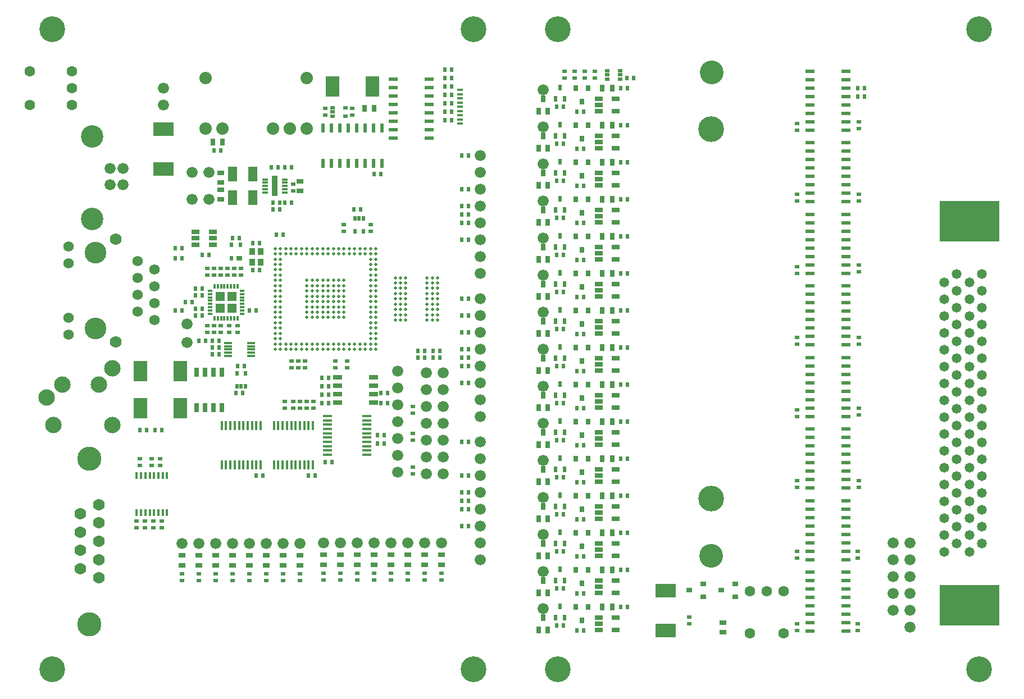
<source format=gts>
G04 (created by PCBNEW-RS274X (2010-03-14)-final) date Mon 31 Jan 2011 05:12:30 PM EST*
G01*
G70*
G90*
%MOIN*%
G04 Gerber Fmt 3.4, Leading zero omitted, Abs format*
%FSLAX34Y34*%
G04 APERTURE LIST*
%ADD10C,0.001000*%
%ADD11R,0.022700X0.026600*%
%ADD12R,0.026600X0.022700*%
%ADD13R,0.026600X0.038400*%
%ADD14R,0.038400X0.026600*%
%ADD15C,0.066000*%
%ADD16R,0.052200X0.085700*%
%ADD17C,0.152600*%
%ADD18C,0.140800*%
%ADD19C,0.153000*%
%ADD20R,0.081700X0.121100*%
%ADD21R,0.121100X0.081700*%
%ADD22R,0.034500X0.038400*%
%ADD23C,0.143000*%
%ADD24C,0.069900*%
%ADD25C,0.073900*%
%ADD26C,0.132900*%
%ADD27C,0.063000*%
%ADD28C,0.018700*%
%ADD29R,0.050200X0.012800*%
%ADD30R,0.035000X0.016000*%
%ADD31R,0.034500X0.013200*%
%ADD32R,0.032500X0.121100*%
%ADD33R,0.026600X0.012800*%
%ADD34R,0.012800X0.026600*%
%ADD35R,0.058100X0.058100*%
%ADD36R,0.024700X0.032500*%
%ADD37R,0.019500X0.026600*%
%ADD38R,0.034500X0.030600*%
%ADD39R,0.018700X0.026600*%
%ADD40R,0.026600X0.018700*%
%ADD41C,0.058000*%
%ADD42R,0.357300X0.239200*%
%ADD43C,0.129000*%
%ADD44C,0.062100*%
%ADD45C,0.097500*%
%ADD46R,0.058100X0.022700*%
%ADD47R,0.022700X0.058100*%
%ADD48R,0.030600X0.058100*%
%ADD49R,0.026600X0.036500*%
%ADD50R,0.036500X0.026600*%
%ADD51R,0.045000X0.026600*%
%ADD52R,0.016800X0.042400*%
%ADD53R,0.054200X0.016800*%
%ADD54R,0.016800X0.054200*%
%ADD55R,0.030600X0.038400*%
%ADD56R,0.058100X0.030600*%
G04 APERTURE END LIST*
G54D10*
G54D11*
X00897Y-13300D03*
X00503Y-13300D03*
X00897Y-12900D03*
X00503Y-12900D03*
X00097Y-12500D03*
X-00297Y-12500D03*
X00897Y-12500D03*
X00503Y-12500D03*
X02397Y-14000D03*
X02003Y-14000D03*
X-03797Y-17800D03*
X-03403Y-17800D03*
X-02897Y-17800D03*
X-02503Y-17800D03*
X02297Y-15600D03*
X01903Y-15600D03*
X21314Y-27185D03*
X20920Y-27185D03*
X22514Y-27485D03*
X22120Y-27485D03*
X21314Y-22785D03*
X20920Y-22785D03*
X22514Y-23085D03*
X22120Y-23085D03*
X21314Y-24985D03*
X20920Y-24985D03*
X22514Y-25285D03*
X22120Y-25285D03*
X21314Y-16185D03*
X20920Y-16185D03*
X22514Y-16485D03*
X22120Y-16485D03*
X21314Y-18385D03*
X20920Y-18385D03*
X22514Y-18685D03*
X22120Y-18685D03*
X21314Y-20585D03*
X20920Y-20585D03*
X22514Y-20885D03*
X22120Y-20885D03*
X21314Y-13985D03*
X20920Y-13985D03*
X22514Y-14285D03*
X22120Y-14285D03*
X21314Y-07385D03*
X20920Y-07385D03*
X22514Y-07685D03*
X22120Y-07685D03*
X21314Y-05185D03*
X20920Y-05185D03*
X22514Y-05485D03*
X22120Y-05485D03*
X21314Y-09585D03*
X20920Y-09585D03*
X22514Y-09885D03*
X22120Y-09885D03*
X21314Y-00785D03*
X20920Y-00785D03*
X22514Y-01085D03*
X22120Y-01085D03*
X21314Y-02985D03*
X20920Y-02985D03*
X22514Y-03285D03*
X22120Y-03285D03*
X21314Y-11785D03*
X20920Y-11785D03*
X22514Y-12085D03*
X22120Y-12085D03*
X21314Y01415D03*
X20920Y01415D03*
X22514Y01115D03*
X22120Y01115D03*
X25103Y03100D03*
X25497Y03100D03*
G54D12*
X22600Y03497D03*
X22600Y03103D03*
X38800Y-29303D03*
X38800Y-29697D03*
X35200Y-29303D03*
X35200Y-29697D03*
X23200Y03497D03*
X23200Y03103D03*
X21400Y03497D03*
X21400Y03103D03*
X22000Y03497D03*
X22000Y03103D03*
X35200Y-25003D03*
X35200Y-25397D03*
X38800Y-25003D03*
X38800Y-25397D03*
X38850Y-16503D03*
X38850Y-16897D03*
X35200Y-16603D03*
X35200Y-16997D03*
X35200Y-20803D03*
X35200Y-21197D03*
X38850Y-20803D03*
X38850Y-21197D03*
X38850Y-03803D03*
X38850Y-04197D03*
X35200Y-03803D03*
X35200Y-04197D03*
X35200Y00397D03*
X35200Y00003D03*
X38850Y00497D03*
X38850Y00103D03*
X38850Y-08003D03*
X38850Y-08397D03*
X35200Y-08103D03*
X35200Y-08497D03*
X35200Y-12303D03*
X35200Y-12697D03*
X38850Y-12303D03*
X38850Y-12697D03*
G54D11*
X39197Y02500D03*
X38803Y02500D03*
X39197Y02000D03*
X38803Y02000D03*
G54D12*
X28800Y-28903D03*
X28800Y-29297D03*
G54D11*
X14697Y00600D03*
X14303Y00600D03*
G54D12*
X07200Y00903D03*
X07200Y01297D03*
X08800Y01297D03*
X08800Y00903D03*
G54D11*
X00997Y-01200D03*
X00603Y-01200D03*
X14697Y01100D03*
X14303Y01100D03*
X14697Y01600D03*
X14303Y01600D03*
X14697Y02100D03*
X14303Y02100D03*
X14303Y03100D03*
X14697Y03100D03*
X14697Y03600D03*
X14303Y03600D03*
X14697Y02600D03*
X14303Y02600D03*
X02097Y-06400D03*
X01703Y-06400D03*
G54D12*
X12400Y-18003D03*
X12400Y-18397D03*
X12400Y-20397D03*
X12400Y-20003D03*
X12400Y-16403D03*
X12400Y-16797D03*
G54D11*
X04397Y-02200D03*
X04003Y-02200D03*
X05197Y-02200D03*
X04803Y-02200D03*
X04103Y-04300D03*
X04497Y-04300D03*
X04803Y-04300D03*
X05197Y-04300D03*
X04497Y-04700D03*
X04103Y-04700D03*
G54D12*
X05300Y-03203D03*
X05300Y-03597D03*
G54D11*
X00297Y-07400D03*
X-00097Y-07400D03*
G54D12*
X05690Y-26707D03*
X05690Y-26313D03*
X04690Y-26707D03*
X04690Y-26313D03*
X03690Y-26707D03*
X03690Y-26313D03*
X02690Y-26707D03*
X02690Y-26313D03*
X-04000Y-23597D03*
X-04000Y-23203D03*
X-02500Y-23203D03*
X-02500Y-23597D03*
X-03800Y-19503D03*
X-03800Y-19897D03*
X-03500Y-23203D03*
X-03500Y-23597D03*
X-03000Y-23203D03*
X-03000Y-23597D03*
X01690Y-26707D03*
X01690Y-26313D03*
X00690Y-26707D03*
X00690Y-26313D03*
X-00310Y-26707D03*
X-00310Y-26313D03*
X-01310Y-26707D03*
X-01310Y-26313D03*
G54D11*
X07597Y-19700D03*
X07203Y-19700D03*
X03103Y-20500D03*
X03497Y-20500D03*
X07397Y-15200D03*
X07003Y-15200D03*
X07397Y-14700D03*
X07003Y-14700D03*
X07397Y-15700D03*
X07003Y-15700D03*
X06203Y-20500D03*
X06597Y-20500D03*
G54D12*
X07083Y-26693D03*
X07083Y-26299D03*
X08083Y-26693D03*
X08083Y-26299D03*
X09083Y-26693D03*
X09083Y-26299D03*
X10083Y-26693D03*
X10083Y-26299D03*
X11083Y-26693D03*
X11083Y-26299D03*
X12083Y-26693D03*
X12083Y-26299D03*
X13083Y-26693D03*
X13083Y-26299D03*
X14083Y-26693D03*
X14083Y-26299D03*
X-03100Y-19897D03*
X-03100Y-19503D03*
X-02600Y-19897D03*
X-02600Y-19503D03*
X08300Y-05997D03*
X08300Y-05603D03*
G54D11*
X04697Y-06200D03*
X04303Y-06200D03*
G54D12*
X01000Y-11603D03*
X01000Y-11997D03*
X00600Y-11603D03*
X00600Y-11997D03*
X00200Y-11603D03*
X00200Y-11997D03*
G54D11*
X02703Y-10700D03*
X03097Y-10700D03*
X-00103Y-11000D03*
X-00497Y-11000D03*
G54D12*
X01500Y-11603D03*
X01500Y-11997D03*
G54D11*
X-00103Y-10600D03*
X-00497Y-10600D03*
G54D12*
X02000Y-11603D03*
X02000Y-11997D03*
G54D11*
X-00103Y-09800D03*
X-00497Y-09800D03*
X-00103Y-09400D03*
X-00497Y-09400D03*
G54D12*
X00200Y-08597D03*
X00200Y-08203D03*
G54D11*
X-01303Y-07600D03*
X-01697Y-07600D03*
X-01303Y-07000D03*
X-01697Y-07000D03*
X-01303Y-10700D03*
X-01697Y-10700D03*
G54D12*
X02200Y-08203D03*
X02200Y-08597D03*
G54D11*
X-01097Y-10200D03*
X-00703Y-10200D03*
G54D12*
X01000Y-08597D03*
X01000Y-08203D03*
X00600Y-08597D03*
X00600Y-08203D03*
X01800Y-08597D03*
X01800Y-08203D03*
X01400Y-08597D03*
X01400Y-08203D03*
G54D11*
X03297Y-06700D03*
X02903Y-06700D03*
X02903Y-08300D03*
X03297Y-08300D03*
X13997Y-13100D03*
X13603Y-13100D03*
X12703Y-13100D03*
X13097Y-13100D03*
X13997Y-13500D03*
X13603Y-13500D03*
X12703Y-13500D03*
X13097Y-13500D03*
X15697Y-01500D03*
X15303Y-01500D03*
X15697Y-11000D03*
X15303Y-11000D03*
X15697Y-03500D03*
X15303Y-03500D03*
X15697Y-06500D03*
X15303Y-06500D03*
G54D12*
X08500Y-14097D03*
X08500Y-13703D03*
X07800Y-14097D03*
X07800Y-13703D03*
G54D11*
X09297Y-04700D03*
X08903Y-04700D03*
G54D12*
X09900Y-05603D03*
X09900Y-05997D03*
G54D11*
X15697Y-15000D03*
X15303Y-15000D03*
X15697Y-10000D03*
X15303Y-10000D03*
X15697Y-18500D03*
X15303Y-18500D03*
X15697Y-23500D03*
X15303Y-23500D03*
X15697Y-12000D03*
X15303Y-12000D03*
X15697Y-20500D03*
X15303Y-20500D03*
X15697Y-21500D03*
X15303Y-21500D03*
X15697Y-13000D03*
X15303Y-13000D03*
X15697Y-04500D03*
X15303Y-04500D03*
X10503Y-16200D03*
X10897Y-16200D03*
X10503Y-15600D03*
X10897Y-15600D03*
X07397Y-16200D03*
X07003Y-16200D03*
X10303Y-18100D03*
X10697Y-18100D03*
G54D12*
X06500Y-16103D03*
X06500Y-16497D03*
X06100Y-16103D03*
X06100Y-16497D03*
X05700Y-16103D03*
X05700Y-16497D03*
X05300Y-16103D03*
X05300Y-16497D03*
X06000Y-13703D03*
X06000Y-14097D03*
X04800Y-16103D03*
X04800Y-16497D03*
X05600Y-13703D03*
X05600Y-14097D03*
X05200Y-13703D03*
X05200Y-14097D03*
G54D13*
X24212Y-26085D03*
X23622Y-26085D03*
X24212Y-21685D03*
X23622Y-21685D03*
X24212Y-23885D03*
X23622Y-23885D03*
X24212Y-15085D03*
X23622Y-15085D03*
X24212Y-17285D03*
X23622Y-17285D03*
X24212Y-19485D03*
X23622Y-19485D03*
X24212Y-12885D03*
X23622Y-12885D03*
X24212Y-06285D03*
X23622Y-06285D03*
X24212Y-04085D03*
X23622Y-04085D03*
X24212Y-08485D03*
X23622Y-08485D03*
X24212Y00315D03*
X23622Y00315D03*
X24212Y-01885D03*
X23622Y-01885D03*
X24212Y-10685D03*
X23622Y-10685D03*
X24212Y02515D03*
X23622Y02515D03*
G54D14*
X30800Y-29795D03*
X30800Y-29205D03*
G54D13*
X09505Y01300D03*
X10095Y01300D03*
X00505Y-00700D03*
X01095Y-00700D03*
G54D14*
X01000Y-03505D03*
X01000Y-04095D03*
X01000Y-03095D03*
X01000Y-02505D03*
X05700Y-03595D03*
X05700Y-03005D03*
X05690Y-25215D03*
X05690Y-25805D03*
X04690Y-25215D03*
X04690Y-25805D03*
X03690Y-25215D03*
X03690Y-25805D03*
X02690Y-25215D03*
X02690Y-25805D03*
X01690Y-25215D03*
X01690Y-25805D03*
X00690Y-25215D03*
X00690Y-25805D03*
X-00310Y-25215D03*
X-00310Y-25805D03*
X-01310Y-25215D03*
X-01310Y-25805D03*
X07083Y-25201D03*
X07083Y-25791D03*
X08083Y-25201D03*
X08083Y-25791D03*
X09083Y-25201D03*
X09083Y-25791D03*
X10083Y-25201D03*
X10083Y-25791D03*
X11083Y-25201D03*
X11083Y-25791D03*
X12083Y-25201D03*
X12083Y-25791D03*
X13083Y-25201D03*
X13083Y-25791D03*
X14083Y-25201D03*
X14083Y-25791D03*
G54D15*
X41900Y-24500D03*
X41900Y-25500D03*
X41900Y-26500D03*
X41900Y-27500D03*
X41900Y-28500D03*
X41900Y-29500D03*
X40900Y-24500D03*
X40900Y-25500D03*
X40900Y-26500D03*
X40900Y-27500D03*
X40900Y-28500D03*
G54D16*
X02900Y-04000D03*
X01700Y-04000D03*
X02900Y-02600D03*
X01700Y-02600D03*
G54D17*
X30100Y00068D03*
G54D18*
X30108Y03454D03*
G54D17*
X30100Y-21845D03*
G54D18*
X30084Y-25254D03*
G54D19*
X16000Y-32000D03*
X-09000Y06000D03*
X16000Y06000D03*
X-09000Y-32000D03*
G54D20*
X-03781Y-14300D03*
X-01419Y-14300D03*
X-03781Y-16500D03*
X-01419Y-16500D03*
G54D21*
X27400Y-29681D03*
X27400Y-27319D03*
G54D20*
X07619Y02600D03*
X09981Y02600D03*
G54D21*
X-02400Y-02281D03*
X-02400Y00081D03*
G54D15*
X-02400Y02500D03*
X-02400Y01500D03*
X-00700Y-04100D03*
X00300Y-04100D03*
X-00700Y-02500D03*
X00300Y-02500D03*
X11500Y-14300D03*
X11500Y-15300D03*
X11500Y-16300D03*
X11500Y-17300D03*
X11500Y-18300D03*
X11500Y-19300D03*
X11500Y-20300D03*
X14200Y-20400D03*
X13200Y-20400D03*
X14200Y-19400D03*
X13200Y-19400D03*
X14200Y-18400D03*
X13200Y-18400D03*
X14200Y-17400D03*
X13200Y-17400D03*
X14200Y-16400D03*
X13200Y-16400D03*
X14200Y-15400D03*
X13200Y-15400D03*
X14200Y-14400D03*
X13200Y-14400D03*
X16400Y-01500D03*
X16400Y-02500D03*
X16400Y-04500D03*
X16400Y-05500D03*
X16400Y-06500D03*
X16400Y-07500D03*
X16400Y-08500D03*
X16400Y-03500D03*
X16400Y-10000D03*
X16400Y-11000D03*
X16400Y-13000D03*
X16400Y-14000D03*
X16400Y-15000D03*
X16400Y-16000D03*
X16400Y-17000D03*
X16400Y-12000D03*
X16400Y-18500D03*
X16400Y-19500D03*
X16400Y-21500D03*
X16400Y-22500D03*
X16400Y-23500D03*
X16400Y-24500D03*
X16400Y-25500D03*
X16400Y-20500D03*
G54D22*
X03346Y-07825D03*
X03346Y-07175D03*
X02854Y-07175D03*
X02854Y-07825D03*
G54D23*
X-06800Y-19480D03*
G54D24*
X-06241Y-22206D03*
X-06241Y-23297D03*
X-06241Y-24387D03*
X-06241Y-25478D03*
X-06241Y-26569D03*
X-07359Y-22752D03*
X-07359Y-23842D03*
X-07359Y-24933D03*
X-07359Y-26023D03*
G54D23*
X-06800Y-29319D03*
G54D25*
X00100Y00100D03*
X01100Y00100D03*
X04100Y00100D03*
X05100Y00100D03*
X06100Y00100D03*
X06100Y03100D03*
X00100Y03100D03*
G54D26*
X-06660Y-00359D03*
X-06660Y-05241D03*
G54D15*
X-05593Y-02237D03*
X-04806Y-02237D03*
X-04806Y-03221D03*
X-05593Y-03221D03*
G54D27*
X34400Y-27350D03*
X33400Y-27350D03*
X32400Y-27350D03*
X32400Y-29850D03*
X34400Y-29850D03*
X-07850Y01500D03*
X-07850Y02500D03*
X-07850Y03500D03*
X-10350Y03500D03*
X-10350Y01500D03*
G54D28*
X04208Y-12993D03*
X04208Y-12678D03*
X04208Y-12363D03*
X04208Y-12048D03*
X04208Y-11733D03*
X04208Y-11418D03*
X04208Y-11103D03*
X04208Y-10788D03*
X04208Y-10473D03*
X04208Y-10158D03*
X04208Y-09843D03*
X04208Y-09528D03*
X04208Y-09213D03*
X04208Y-08898D03*
X04208Y-08583D03*
X04208Y-08268D03*
X04208Y-07953D03*
X04208Y-07638D03*
X04208Y-07323D03*
X04208Y-07008D03*
X04523Y-12993D03*
X04523Y-12678D03*
X04523Y-12363D03*
X04523Y-12048D03*
X04523Y-11733D03*
X04523Y-11418D03*
X04523Y-11103D03*
X04523Y-10788D03*
X04523Y-10473D03*
X04523Y-10158D03*
X04523Y-09843D03*
X04523Y-09528D03*
X04523Y-09213D03*
X04523Y-08898D03*
X04523Y-08583D03*
X04523Y-08268D03*
X04523Y-07953D03*
X04523Y-07638D03*
X04523Y-07323D03*
X04523Y-07008D03*
X04838Y-12993D03*
X04838Y-12678D03*
X04838Y-07323D03*
X04838Y-07008D03*
X05153Y-12993D03*
X05153Y-12678D03*
X05153Y-07323D03*
X05153Y-07008D03*
X05468Y-12993D03*
X05468Y-12678D03*
X05468Y-07323D03*
X05468Y-07008D03*
X05783Y-12993D03*
X05783Y-12678D03*
X05783Y-07323D03*
X05783Y-07008D03*
X06098Y-12993D03*
X06098Y-12678D03*
X06098Y-11103D03*
X06098Y-10788D03*
X06098Y-10473D03*
X06098Y-10158D03*
X06098Y-09843D03*
X06098Y-09528D03*
X06098Y-09213D03*
X06098Y-08898D03*
X06098Y-07323D03*
X06098Y-07008D03*
X06413Y-12993D03*
X06413Y-12678D03*
X06413Y-11103D03*
X06413Y-10788D03*
X06413Y-10473D03*
X06413Y-10158D03*
X06413Y-09843D03*
X06413Y-09528D03*
X06413Y-09213D03*
X06413Y-08898D03*
X06413Y-07323D03*
X06413Y-07008D03*
X06728Y-12993D03*
X06728Y-12678D03*
X06728Y-11103D03*
X06728Y-10788D03*
X06728Y-10473D03*
X06728Y-10158D03*
X06728Y-09843D03*
X06728Y-09528D03*
X06728Y-09213D03*
X06728Y-08898D03*
X06728Y-07323D03*
X06728Y-07008D03*
X07043Y-12993D03*
X07043Y-12678D03*
X07043Y-11103D03*
X07043Y-10788D03*
X07043Y-10473D03*
X07043Y-10158D03*
X07043Y-09843D03*
X07043Y-09528D03*
X07043Y-09213D03*
X07043Y-08898D03*
X07043Y-07323D03*
X07043Y-07008D03*
X07358Y-12993D03*
X07358Y-12678D03*
X07358Y-11103D03*
X07358Y-10788D03*
X07358Y-10473D03*
X07358Y-10158D03*
X07358Y-09843D03*
X07358Y-09528D03*
X07358Y-09213D03*
X07358Y-08898D03*
X07358Y-07323D03*
X07358Y-07008D03*
X07673Y-12993D03*
X07673Y-12678D03*
X07673Y-11103D03*
X07673Y-10788D03*
X07673Y-10473D03*
X07673Y-10158D03*
X07673Y-09843D03*
X07673Y-09528D03*
X07673Y-09213D03*
X07673Y-08898D03*
X07673Y-07323D03*
X07673Y-07008D03*
X07988Y-12993D03*
X07988Y-12678D03*
X07988Y-11103D03*
X07988Y-10788D03*
X07988Y-10473D03*
X07988Y-10158D03*
X07988Y-09843D03*
X07988Y-09528D03*
X07988Y-09213D03*
X07988Y-08898D03*
X07988Y-07323D03*
X07988Y-07008D03*
X08303Y-12993D03*
X08303Y-12678D03*
X08303Y-11103D03*
X08303Y-10788D03*
X08303Y-10473D03*
X08303Y-10158D03*
X08303Y-09843D03*
X08303Y-09528D03*
X08303Y-09213D03*
X08303Y-08898D03*
X08303Y-07323D03*
X08303Y-07008D03*
X08618Y-12993D03*
X08618Y-12678D03*
X08618Y-07323D03*
X08618Y-07008D03*
X08933Y-12993D03*
X08933Y-12678D03*
X08933Y-07323D03*
X08933Y-07008D03*
X09248Y-12993D03*
X09248Y-12678D03*
X09248Y-07323D03*
X09248Y-07008D03*
X09563Y-12993D03*
X09563Y-12678D03*
X09563Y-07323D03*
X09563Y-07008D03*
X09878Y-12993D03*
X09878Y-12678D03*
X09878Y-07323D03*
X09878Y-07008D03*
X10193Y-12993D03*
X10193Y-12678D03*
X10193Y-12363D03*
X10193Y-12048D03*
X10193Y-11733D03*
X10193Y-11418D03*
X10193Y-11103D03*
X10193Y-10788D03*
X10193Y-10473D03*
X10193Y-10158D03*
X10193Y-09843D03*
X10193Y-09528D03*
X10193Y-09213D03*
X10193Y-08898D03*
X10193Y-08583D03*
X10193Y-08268D03*
X10193Y-07953D03*
X10193Y-07638D03*
X10193Y-07323D03*
X10193Y-07008D03*
X09878Y-12363D03*
X09878Y-12048D03*
X09878Y-11733D03*
X09878Y-11418D03*
X09878Y-11103D03*
X09878Y-10788D03*
X09878Y-10473D03*
X09878Y-10158D03*
X09878Y-09843D03*
X09878Y-09528D03*
X09878Y-09213D03*
X09878Y-08898D03*
X09878Y-08583D03*
X09878Y-08268D03*
X09878Y-07953D03*
X09878Y-07638D03*
G54D29*
X01411Y-12608D03*
X01411Y-12804D03*
X01411Y-13000D03*
X01411Y-13196D03*
X01411Y-13392D03*
X02790Y-13392D03*
X02790Y-13196D03*
X02790Y-13000D03*
X02790Y-12804D03*
X02790Y-12608D03*
G54D30*
X15200Y00400D03*
X15200Y00650D03*
X15200Y00900D03*
X15200Y01150D03*
X15200Y01400D03*
X15200Y01650D03*
X15200Y01900D03*
X15200Y02150D03*
X15200Y02400D03*
G54D31*
X04791Y-03694D03*
X04791Y-03497D03*
X04791Y-03300D03*
X04791Y-03103D03*
X04791Y-02906D03*
X03609Y-02906D03*
X03609Y-03103D03*
X03609Y-03300D03*
X03609Y-03497D03*
X03609Y-03694D03*
G54D32*
X04200Y-03300D03*
G54D33*
X00355Y-09511D03*
X00355Y-09708D03*
X00355Y-09905D03*
X00355Y-10102D03*
X00355Y-10298D03*
X00355Y-10495D03*
X00355Y-10692D03*
X00355Y-10889D03*
X02245Y-10889D03*
X02245Y-10692D03*
X02245Y-10495D03*
X02245Y-10298D03*
X02245Y-10102D03*
X02245Y-09905D03*
X02245Y-09708D03*
X02245Y-09511D03*
G54D34*
X00611Y-11145D03*
X00808Y-11145D03*
X01005Y-11145D03*
X01202Y-11145D03*
X01398Y-11145D03*
X01595Y-11145D03*
X01792Y-11145D03*
X01989Y-11145D03*
X01989Y-09255D03*
X01792Y-09255D03*
X01595Y-09255D03*
X01398Y-09255D03*
X01202Y-09255D03*
X01005Y-09255D03*
X00808Y-09255D03*
X00611Y-09255D03*
G54D35*
X00946Y-09846D03*
X00946Y-10554D03*
X01654Y-10554D03*
X01654Y-09846D03*
G54D36*
X20861Y-26716D03*
X21373Y-26716D03*
X21117Y-26054D03*
X20861Y-22316D03*
X21373Y-22316D03*
X21117Y-21654D03*
X20861Y-24516D03*
X21373Y-24516D03*
X21117Y-23854D03*
X20861Y-15716D03*
X21373Y-15716D03*
X21117Y-15054D03*
X20861Y-17916D03*
X21373Y-17916D03*
X21117Y-17254D03*
X20861Y-20116D03*
X21373Y-20116D03*
X21117Y-19454D03*
X20861Y-13516D03*
X21373Y-13516D03*
X21117Y-12854D03*
X20861Y-06916D03*
X21373Y-06916D03*
X21117Y-06254D03*
X20861Y-04716D03*
X21373Y-04716D03*
X21117Y-04054D03*
X20861Y-09116D03*
X21373Y-09116D03*
X21117Y-08454D03*
X20861Y-00316D03*
X21373Y-00316D03*
X21117Y00346D03*
X20861Y-02516D03*
X21373Y-02516D03*
X21117Y-01854D03*
X20861Y-11316D03*
X21373Y-11316D03*
X21117Y-10654D03*
X20861Y01884D03*
X21373Y01884D03*
X21117Y02546D03*
G54D37*
X01636Y-07584D03*
G54D38*
X02089Y-07584D03*
G54D37*
X02148Y-06796D03*
X01636Y-06796D03*
G54D39*
X01944Y-15174D03*
X02200Y-15174D03*
X02456Y-15174D03*
X02456Y-14426D03*
X01944Y-14426D03*
G54D40*
X07626Y01356D03*
X07626Y01100D03*
X07626Y00844D03*
X08374Y00844D03*
X08374Y01356D03*
G54D39*
X09456Y-05226D03*
X09200Y-05226D03*
X08944Y-05226D03*
X08944Y-05974D03*
X09456Y-05974D03*
G54D40*
X24674Y03044D03*
X24674Y03300D03*
X24674Y03556D03*
X23926Y03556D03*
X23926Y03300D03*
X23926Y03044D03*
G54D41*
X43919Y-25035D03*
X44669Y-24535D03*
X43919Y-24035D03*
X44669Y-23535D03*
X43919Y-23035D03*
X44669Y-22535D03*
X43919Y-22035D03*
X44669Y-21535D03*
X43919Y-21035D03*
X44669Y-20535D03*
X43919Y-20035D03*
X44669Y-19535D03*
X43919Y-19035D03*
X44669Y-18535D03*
X43919Y-18035D03*
X44669Y-17535D03*
X43919Y-17035D03*
X44669Y-16535D03*
X43919Y-16035D03*
X44669Y-15535D03*
X43919Y-15035D03*
X44669Y-14535D03*
X43919Y-14035D03*
X44669Y-13535D03*
X43919Y-13035D03*
X44669Y-12535D03*
X43919Y-12035D03*
X44669Y-11535D03*
X43919Y-11035D03*
X44669Y-10535D03*
X43919Y-10035D03*
X44669Y-09535D03*
X43919Y-09035D03*
X44669Y-08535D03*
X45419Y-25035D03*
X46169Y-24535D03*
X45419Y-24035D03*
X46169Y-23535D03*
X45419Y-23035D03*
X46169Y-22535D03*
X45419Y-22035D03*
X46169Y-21535D03*
X45419Y-21035D03*
X46169Y-20535D03*
X45419Y-20035D03*
X46169Y-19535D03*
X45419Y-19035D03*
X46169Y-18535D03*
X45419Y-18035D03*
X46169Y-17535D03*
X45419Y-17035D03*
X46169Y-16535D03*
X45419Y-16035D03*
X46169Y-15535D03*
X45419Y-15035D03*
X46169Y-14535D03*
X45419Y-14035D03*
X46169Y-13535D03*
X45419Y-13035D03*
X46169Y-12535D03*
X45419Y-12035D03*
X46169Y-11535D03*
X45419Y-11035D03*
X46169Y-10535D03*
X45419Y-10035D03*
X46169Y-09535D03*
X45419Y-09035D03*
X46169Y-08535D03*
G54D42*
X45419Y-28185D03*
X45419Y-05385D03*
G54D43*
X-06451Y-07251D03*
X-06451Y-11751D03*
G54D24*
X-05250Y-06448D03*
X-05250Y-12552D03*
G54D44*
X-08049Y-06891D03*
X-08049Y-12111D03*
X-08049Y-07891D03*
X-08049Y-11111D03*
X-03951Y-07751D03*
X-02951Y-08251D03*
X-03951Y-08751D03*
X-02951Y-09251D03*
X-03951Y-09751D03*
X-02951Y-10251D03*
X-03951Y-10751D03*
X-02951Y-11251D03*
G54D45*
X-09349Y-15859D03*
X-08404Y-15072D03*
X-06239Y-15072D03*
X-05451Y-14107D03*
X-05451Y-17493D03*
X-08955Y-17493D03*
G54D46*
X38080Y-29735D03*
X38080Y-29235D03*
X38080Y-28735D03*
X38080Y-28235D03*
X38080Y-27735D03*
X38080Y-27235D03*
X38080Y-26735D03*
X38080Y-26235D03*
X35954Y-26235D03*
X35954Y-26735D03*
X35954Y-27235D03*
X35954Y-27735D03*
X35954Y-28235D03*
X35954Y-28735D03*
X35954Y-29235D03*
X35954Y-29735D03*
X38080Y-25485D03*
X38080Y-24985D03*
X38080Y-24485D03*
X38080Y-23985D03*
X38080Y-23485D03*
X38080Y-22985D03*
X38080Y-22485D03*
X38080Y-21985D03*
X35954Y-21985D03*
X35954Y-22485D03*
X35954Y-22985D03*
X35954Y-23485D03*
X35954Y-23985D03*
X35954Y-24485D03*
X35954Y-24985D03*
X35954Y-25485D03*
X38080Y-16985D03*
X38080Y-16485D03*
X38080Y-15985D03*
X38080Y-15485D03*
X38080Y-14985D03*
X38080Y-14485D03*
X38080Y-13985D03*
X38080Y-13485D03*
X35954Y-13485D03*
X35954Y-13985D03*
X35954Y-14485D03*
X35954Y-14985D03*
X35954Y-15485D03*
X35954Y-15985D03*
X35954Y-16485D03*
X35954Y-16985D03*
X38080Y-21235D03*
X38080Y-20735D03*
X38080Y-20235D03*
X38080Y-19735D03*
X38080Y-19235D03*
X38080Y-18735D03*
X38080Y-18235D03*
X38080Y-17735D03*
X35954Y-17735D03*
X35954Y-18235D03*
X35954Y-18735D03*
X35954Y-19235D03*
X35954Y-19735D03*
X35954Y-20235D03*
X35954Y-20735D03*
X35954Y-21235D03*
X38080Y-04235D03*
X38080Y-03735D03*
X38080Y-03235D03*
X38080Y-02735D03*
X38080Y-02235D03*
X38080Y-01735D03*
X38080Y-01235D03*
X38080Y-00735D03*
X35954Y-00735D03*
X35954Y-01235D03*
X35954Y-01735D03*
X35954Y-02235D03*
X35954Y-02735D03*
X35954Y-03235D03*
X35954Y-03735D03*
X35954Y-04235D03*
X38080Y00015D03*
X38080Y00515D03*
X38080Y01015D03*
X38080Y01515D03*
X38080Y02015D03*
X38080Y02515D03*
X38080Y03015D03*
X38080Y03515D03*
X35954Y03515D03*
X35954Y03015D03*
X35954Y02515D03*
X35954Y02015D03*
X35954Y01515D03*
X35954Y01015D03*
X35954Y00515D03*
X35954Y00015D03*
X38080Y-08485D03*
X38080Y-07985D03*
X38080Y-07485D03*
X38080Y-06985D03*
X38080Y-06485D03*
X38080Y-05985D03*
X38080Y-05485D03*
X38080Y-04985D03*
X35954Y-04985D03*
X35954Y-05485D03*
X35954Y-05985D03*
X35954Y-06485D03*
X35954Y-06985D03*
X35954Y-07485D03*
X35954Y-07985D03*
X35954Y-08485D03*
X38080Y-12735D03*
X38080Y-12235D03*
X38080Y-11735D03*
X38080Y-11235D03*
X38080Y-10735D03*
X38080Y-10235D03*
X38080Y-09735D03*
X38080Y-09235D03*
X35954Y-09235D03*
X35954Y-09735D03*
X35954Y-10235D03*
X35954Y-10735D03*
X35954Y-11235D03*
X35954Y-11735D03*
X35954Y-12235D03*
X35954Y-12735D03*
G54D47*
X10550Y00163D03*
X10050Y00163D03*
X09550Y00163D03*
X09050Y00163D03*
X08550Y00163D03*
X08050Y00163D03*
X07550Y00163D03*
X07050Y00163D03*
X07050Y-01963D03*
X07550Y-01963D03*
X08050Y-01963D03*
X08550Y-01963D03*
X09050Y-01963D03*
X09550Y-01963D03*
X10050Y-01963D03*
X10550Y-01963D03*
G54D46*
X13363Y-00450D03*
X13363Y00050D03*
X13363Y00550D03*
X13363Y01050D03*
X13363Y01550D03*
X13363Y02050D03*
X13363Y02550D03*
X13363Y03050D03*
X11237Y03050D03*
X11237Y02550D03*
X11237Y02050D03*
X11237Y01550D03*
X11237Y01050D03*
X11237Y00550D03*
X11237Y00050D03*
X11237Y-00450D03*
G54D48*
X01050Y-14337D03*
X00550Y-14337D03*
X00050Y-14337D03*
X-00450Y-14337D03*
X-00450Y-16463D03*
X00050Y-16463D03*
X00550Y-16463D03*
X01050Y-16463D03*
G54D49*
X22417Y-26898D03*
X22791Y-26072D03*
X22043Y-26072D03*
X22417Y-22498D03*
X22791Y-21672D03*
X22043Y-21672D03*
X22417Y-24698D03*
X22791Y-23872D03*
X22043Y-23872D03*
X22417Y-15898D03*
X22791Y-15072D03*
X22043Y-15072D03*
X22417Y-18098D03*
X22791Y-17272D03*
X22043Y-17272D03*
X22417Y-20298D03*
X22791Y-19472D03*
X22043Y-19472D03*
X22417Y-13698D03*
X22791Y-12872D03*
X22043Y-12872D03*
X22417Y-07098D03*
X22791Y-06272D03*
X22043Y-06272D03*
X22417Y-04898D03*
X22791Y-04072D03*
X22043Y-04072D03*
X22417Y-09298D03*
X22791Y-08472D03*
X22043Y-08472D03*
X22417Y-00498D03*
X22791Y00328D03*
X22043Y00328D03*
X22417Y-02698D03*
X22791Y-01872D03*
X22043Y-01872D03*
X22417Y-11498D03*
X22791Y-10672D03*
X22043Y-10672D03*
X22417Y01702D03*
X22791Y02528D03*
X22043Y02528D03*
G54D50*
X30687Y-27300D03*
X31513Y-27674D03*
X31513Y-26926D03*
X28787Y-27300D03*
X29613Y-27674D03*
X29613Y-26926D03*
G54D51*
X23405Y-26711D03*
X23417Y-27085D03*
X23405Y-27459D03*
X24429Y-27459D03*
X24429Y-26711D03*
X23405Y-22311D03*
X23417Y-22685D03*
X23405Y-23059D03*
X24429Y-23059D03*
X24429Y-22311D03*
X23405Y-24511D03*
X23417Y-24885D03*
X23405Y-25259D03*
X24429Y-25259D03*
X24429Y-24511D03*
X23405Y-15711D03*
X23417Y-16085D03*
X23405Y-16459D03*
X24429Y-16459D03*
X24429Y-15711D03*
X23405Y-17911D03*
X23417Y-18285D03*
X23405Y-18659D03*
X24429Y-18659D03*
X24429Y-17911D03*
X23405Y-20111D03*
X23417Y-20485D03*
X23405Y-20859D03*
X24429Y-20859D03*
X24429Y-20111D03*
X23405Y-13511D03*
X23417Y-13885D03*
X23405Y-14259D03*
X24429Y-14259D03*
X24429Y-13511D03*
X23405Y-06911D03*
X23417Y-07285D03*
X23405Y-07659D03*
X24429Y-07659D03*
X24429Y-06911D03*
X23405Y-04711D03*
X23417Y-05085D03*
X23405Y-05459D03*
X24429Y-05459D03*
X24429Y-04711D03*
X23405Y-09111D03*
X23417Y-09485D03*
X23405Y-09859D03*
X24429Y-09859D03*
X24429Y-09111D03*
X23405Y-00311D03*
X23417Y-00685D03*
X23405Y-01059D03*
X24429Y-01059D03*
X24429Y-00311D03*
X23405Y-02511D03*
X23417Y-02885D03*
X23405Y-03259D03*
X24429Y-03259D03*
X24429Y-02511D03*
X23405Y-11311D03*
X23417Y-11685D03*
X23405Y-12059D03*
X24429Y-12059D03*
X24429Y-11311D03*
X23405Y01889D03*
X23417Y01515D03*
X23405Y01141D03*
X24429Y01141D03*
X24429Y01889D03*
X00512Y-06774D03*
X00512Y-06400D03*
X00512Y-06026D03*
X-00512Y-06026D03*
X-00512Y-06400D03*
X-00512Y-06774D03*
G54D15*
X20117Y-26185D03*
X20117Y-21785D03*
X20117Y-23985D03*
X20117Y-15185D03*
X20117Y-17385D03*
X20117Y-19585D03*
X20117Y-12985D03*
X20117Y-06385D03*
X20117Y-04185D03*
X20117Y-08585D03*
X20117Y00215D03*
X20117Y-01985D03*
X20117Y-10785D03*
X20117Y02415D03*
X03690Y-24510D03*
X04690Y-24510D03*
X05690Y-24510D03*
X02690Y-24510D03*
X01690Y-24510D03*
X00690Y-24510D03*
X-00310Y-24510D03*
X-01310Y-24510D03*
X14083Y-24496D03*
X13083Y-24496D03*
X12083Y-24496D03*
X11083Y-24496D03*
X10083Y-24496D03*
X09083Y-24496D03*
X08083Y-24496D03*
X07083Y-24496D03*
X-01000Y-11500D03*
X-01000Y-12600D03*
G54D52*
X-03228Y-22702D03*
X-02972Y-22702D03*
X-02716Y-22702D03*
X-02460Y-22702D03*
X-02204Y-22702D03*
X-02204Y-20498D03*
X-02460Y-20498D03*
X-02716Y-20498D03*
X-02972Y-20498D03*
X-03228Y-20498D03*
X-03484Y-20498D03*
X-03740Y-20498D03*
X-03996Y-20498D03*
X-03484Y-22702D03*
X-03740Y-22702D03*
X-03996Y-22702D03*
G54D53*
X09669Y-19252D03*
X09669Y-18996D03*
X09669Y-18740D03*
X09669Y-18484D03*
X09669Y-18228D03*
X09669Y-17972D03*
X09669Y-17716D03*
X09669Y-17460D03*
X09669Y-17204D03*
X09669Y-16948D03*
X07331Y-16948D03*
X07331Y-17204D03*
X07331Y-17460D03*
X07331Y-17716D03*
X07331Y-17972D03*
X07331Y-18228D03*
X07331Y-18484D03*
X07331Y-18740D03*
X07331Y-18996D03*
X07331Y-19252D03*
G54D54*
X03352Y-17531D03*
X03096Y-17531D03*
X02840Y-17531D03*
X02584Y-17531D03*
X02328Y-17531D03*
X02072Y-17531D03*
X01816Y-17531D03*
X01560Y-17531D03*
X01304Y-17531D03*
X01048Y-17531D03*
X01048Y-19869D03*
X01304Y-19869D03*
X01560Y-19869D03*
X01816Y-19869D03*
X02072Y-19869D03*
X02328Y-19869D03*
X02584Y-19869D03*
X02840Y-19869D03*
X03096Y-19869D03*
X03352Y-19869D03*
X06452Y-17531D03*
X06196Y-17531D03*
X05940Y-17531D03*
X05684Y-17531D03*
X05428Y-17531D03*
X05172Y-17531D03*
X04916Y-17531D03*
X04660Y-17531D03*
X04404Y-17531D03*
X04148Y-17531D03*
X04148Y-19869D03*
X04404Y-19869D03*
X04660Y-19869D03*
X04916Y-19869D03*
X05172Y-19869D03*
X05428Y-19869D03*
X05684Y-19869D03*
X05940Y-19869D03*
X06196Y-19869D03*
X06452Y-19869D03*
G54D28*
X13860Y-11260D03*
X13545Y-11260D03*
X13230Y-11260D03*
X11970Y-11260D03*
X11655Y-11260D03*
X11340Y-11260D03*
X13860Y-10945D03*
X13545Y-10945D03*
X13230Y-10945D03*
X11970Y-10945D03*
X11655Y-10945D03*
X11340Y-10945D03*
X13860Y-10630D03*
X13545Y-10630D03*
X13230Y-10630D03*
X11970Y-10630D03*
X11655Y-10630D03*
X11340Y-10630D03*
X13860Y-10315D03*
X13545Y-10315D03*
X13230Y-10315D03*
X11970Y-10315D03*
X11655Y-10315D03*
X11340Y-10315D03*
X13860Y-10000D03*
X13545Y-10000D03*
X13230Y-10000D03*
X11970Y-10000D03*
X11655Y-10000D03*
X11340Y-10000D03*
X13860Y-09685D03*
X13545Y-09685D03*
X13230Y-09685D03*
X11970Y-09685D03*
X11655Y-09685D03*
X11340Y-09685D03*
X13860Y-09370D03*
X13545Y-09370D03*
X13230Y-09370D03*
X11970Y-09370D03*
X11655Y-09370D03*
X11340Y-09370D03*
X13860Y-09055D03*
X13545Y-09055D03*
X13230Y-09055D03*
X11970Y-09055D03*
X11655Y-09055D03*
X11340Y-09055D03*
X13860Y-08740D03*
X13545Y-08740D03*
X13230Y-08740D03*
X11970Y-08740D03*
X11655Y-08740D03*
X11340Y-08740D03*
G54D55*
X19861Y-27459D03*
X20373Y-27459D03*
X20117Y-26711D03*
X19861Y-23059D03*
X20373Y-23059D03*
X20117Y-22311D03*
X19861Y-25259D03*
X20373Y-25259D03*
X20117Y-24511D03*
X19861Y-16459D03*
X20373Y-16459D03*
X20117Y-15711D03*
X19861Y-18659D03*
X20373Y-18659D03*
X20117Y-17911D03*
X19861Y-20859D03*
X20373Y-20859D03*
X20117Y-20111D03*
X19861Y-14259D03*
X20373Y-14259D03*
X20117Y-13511D03*
X19861Y-07659D03*
X20373Y-07659D03*
X20117Y-06911D03*
X19861Y-05459D03*
X20373Y-05459D03*
X20117Y-04711D03*
X19861Y-09859D03*
X20373Y-09859D03*
X20117Y-09111D03*
X19861Y-01059D03*
X20373Y-01059D03*
X20117Y-00311D03*
X19861Y-03259D03*
X20373Y-03259D03*
X20117Y-02511D03*
X19861Y-12059D03*
X20373Y-12059D03*
X20117Y-11311D03*
X19861Y01141D03*
X20373Y01141D03*
X20117Y01889D03*
G54D11*
X25114Y-26085D03*
X24720Y-26085D03*
X25114Y-21685D03*
X24720Y-21685D03*
X25114Y-23885D03*
X24720Y-23885D03*
X25114Y-15085D03*
X24720Y-15085D03*
X25114Y-17285D03*
X24720Y-17285D03*
X25114Y-19485D03*
X24720Y-19485D03*
X25114Y-12885D03*
X24720Y-12885D03*
X25114Y-06285D03*
X24720Y-06285D03*
X25114Y-04085D03*
X24720Y-04085D03*
X25114Y-08485D03*
X24720Y-08485D03*
X25114Y00315D03*
X24720Y00315D03*
X25114Y-01885D03*
X24720Y-01885D03*
X25114Y-10685D03*
X24720Y-10685D03*
X25114Y02515D03*
X24720Y02515D03*
G54D51*
X23405Y-28911D03*
X23417Y-29285D03*
X23405Y-29659D03*
X24429Y-29659D03*
X24429Y-28911D03*
G54D13*
X24212Y-28285D03*
X23622Y-28285D03*
G54D49*
X22417Y-29098D03*
X22791Y-28272D03*
X22043Y-28272D03*
G54D11*
X21314Y-29385D03*
X20920Y-29385D03*
G54D36*
X20861Y-28916D03*
X21373Y-28916D03*
X21117Y-28254D03*
G54D15*
X20117Y-28385D03*
G54D55*
X19861Y-29659D03*
X20373Y-29659D03*
X20117Y-28911D03*
G54D11*
X22514Y-29685D03*
X22120Y-29685D03*
X25114Y-28285D03*
X24720Y-28285D03*
G54D56*
X07937Y-14650D03*
X07937Y-15150D03*
X07937Y-15650D03*
X07937Y-16150D03*
X10063Y-16150D03*
X10063Y-15650D03*
X10063Y-15150D03*
X10063Y-14650D03*
G54D11*
X15697Y-05000D03*
X15303Y-05000D03*
X15303Y-05500D03*
X15697Y-05500D03*
X15697Y-13500D03*
X15303Y-13500D03*
X15303Y-14000D03*
X15697Y-14000D03*
X15697Y-22000D03*
X15303Y-22000D03*
X15303Y-22500D03*
X15697Y-22500D03*
X10697Y-18600D03*
X10303Y-18600D03*
X10497Y-02600D03*
X10103Y-02600D03*
G54D19*
X46000Y-32000D03*
X46000Y06000D03*
X21000Y-32000D03*
X21000Y06000D03*
M02*

</source>
